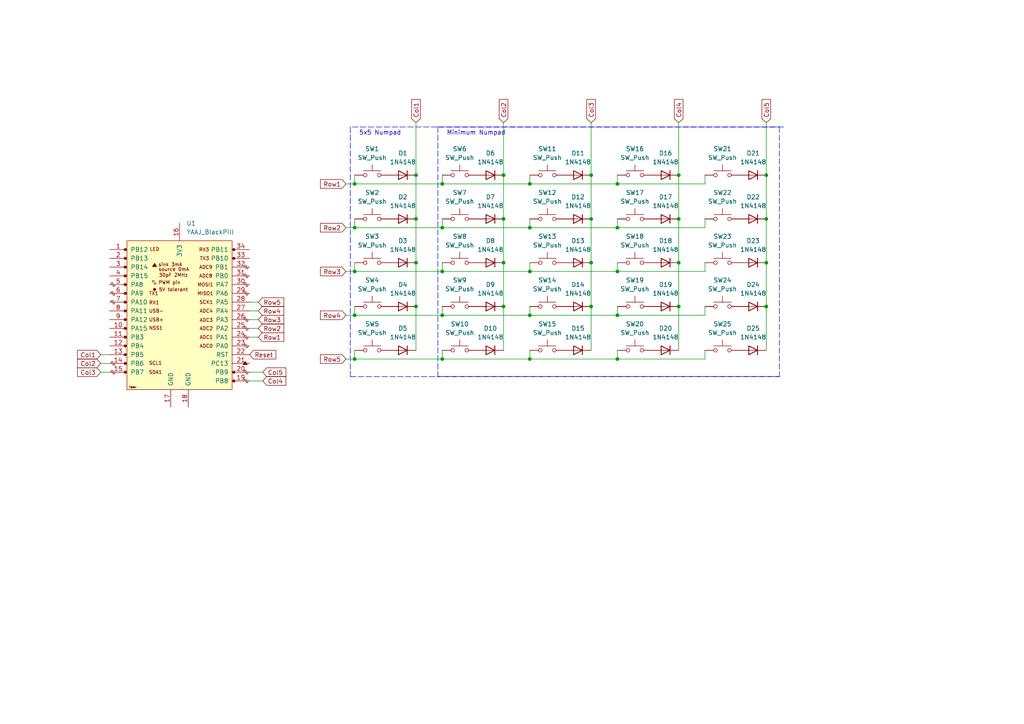
<source format=kicad_sch>
(kicad_sch (version 20211123) (generator eeschema)
  (paper "A4")
  (lib_symbols
    (symbol "Diode:1N4148" (pin_numbers hide) (pin_names hide)
      (property "Reference" "D" (at 0 2.54 0))
      (property "Value" "1N4148" (at 0 -2.54 0))
      (symbol "1N4148_0_1"
        (polyline (pts (xy -1.27 1.27) (xy -1.27 -1.27)) (stroke (width 0.254)))
        (polyline (pts (xy 1.27 0) (xy -1.27 0)))
        (polyline (pts (xy 1.27 1.27) (xy 1.27 -1.27) (xy -1.27 0) (xy 1.27 1.27)) (stroke (width 0.254)))
      )
      (symbol "1N4148_1_1"
        (pin passive line (at -3.81 0 0) (length 2.54) (name "K") (number "1"))
        (pin passive line (at 3.81 0 180) (length 2.54) (name "A") (number "2"))
      )
    )
    (symbol "Switch:SW_Push" (pin_numbers hide) (pin_names (offset 1.016) hide)
      (property "Reference" "SW" (at 1.27 2.54 0))
      (property "Value" "SW_Push" (at 0 -1.524 0))
      (symbol "SW_Push_0_1"
        (circle (center -2.032 0) (radius 0.508))
        (polyline (pts (xy 0 1.27) (xy 0 3.048)))
        (polyline (pts (xy 2.54 1.27) (xy -2.54 1.27)))
        (circle (center 2.032 0) (radius 0.508))
        (pin passive line (at -5.08 0 0) (length 2.54) (name "1") (number "1"))
        (pin passive line (at 5.08 0 180) (length 2.54) (name "2") (number "2"))
      )
    )
    (symbol "YAAJ_BlackPill:YAAJ_BlackPill" (pin_names (offset 1.016))
      (property "Reference" "U" (at -12.7 22.86 0))
      (property "Value" "YAAJ_BlackPill" (at 0 -5.08 90))
      (symbol "YAAJ_BlackPill_0_0"
        (circle (center -15.748 -17.78) (radius 0.3556) (fill (type outline)))
        (circle (center -15.748 -15.24) (radius 0.3556) (fill (type outline)))
        (circle (center -15.748 -12.7) (radius 0.3556) (fill (type outline)))
        (circle (center -15.748 -10.16) (radius 0.3556) (fill (type outline)))
        (circle (center -15.748 -7.62) (radius 0.3556) (fill (type outline)))
        (circle (center -15.748 -5.08) (radius 0.3556) (fill (type outline)))
        (circle (center -15.748 -2.54) (radius 0.3556) (fill (type outline)))
        (circle (center -15.748 0) (radius 0.3556) (fill (type outline)))
        (circle (center -15.748 2.54) (radius 0.3556) (fill (type outline)))
        (circle (center -15.748 5.08) (radius 0.3556) (fill (type outline)))
        (circle (center -15.748 7.62) (radius 0.3556) (fill (type outline)))
        (circle (center -15.748 10.16) (radius 0.3556) (fill (type outline)))
        (circle (center -15.748 12.7) (radius 0.3556) (fill (type outline)))
        (circle (center -15.748 17.78) (radius 0.3556) (fill (type outline)))
        (circle (center -7.239 6.223) (radius 0.127) (fill (type outline)))
        (circle (center -7.239 6.223) (radius 0.254))
        (circle (center -7.239 6.223) (radius 0.3556))
        (polyline (pts (xy -7.874 12.827) (xy -7.239 13.843) (xy -6.604 12.827) (xy -7.874 12.827) (xy -7.239 13.716) (xy -6.731 12.827) (xy -7.747 12.954) (xy -7.239 13.589) (xy -6.858 12.827) (xy -7.62 13.081) (xy -7.112 13.462) (xy -6.985 12.827) (xy -7.493 13.208) (xy -6.985 13.335) (xy -7.112 12.954) (xy -7.366 13.208) (xy -7.112 13.081) (xy -7.239 13.335)))
        (polyline (pts (xy 18.415 -15.621) (xy 19.05 -14.605) (xy 19.685 -15.621) (xy 18.415 -15.621) (xy 19.05 -14.732) (xy 19.558 -15.621) (xy 18.542 -15.494) (xy 19.05 -14.859) (xy 19.431 -15.621) (xy 18.669 -15.367) (xy 19.177 -14.986) (xy 19.304 -15.621) (xy 18.796 -15.24) (xy 19.304 -15.113) (xy 19.177 -15.494) (xy 18.923 -15.24) (xy 19.177 -15.367) (xy 19.05 -15.113)))
        (circle (center 15.748 -20.32) (radius 0.3556) (fill (type outline)))
        (circle (center 15.748 -17.78) (radius 0.3556) (fill (type outline)))
        (circle (center 15.748 15.24) (radius 0.254) (fill (type outline)))
        (circle (center 15.748 15.24) (radius 0.3556))
        (circle (center 15.748 17.78) (radius 0.254) (fill (type outline)))
        (circle (center 15.748 17.78) (radius 0.3556))
        (text "30pF 2MHz" (at -1.778 10.414 0) (effects (font (size 0.9906 0.9906))))
        (text "5V tolerant" (at -1.778 6.223 0) (effects (font (size 0.9906 0.9906))))
        (text "ADC0" (at 7.747 -10.16 0) (effects (font (size 0.9906 0.9906))))
        (text "ADC1" (at 7.747 -7.62 0) (effects (font (size 0.9906 0.9906))))
        (text "ADC2" (at 7.747 -5.08 0) (effects (font (size 0.9906 0.9906))))
        (text "ADC3" (at 7.747 -2.667 0) (effects (font (size 0.9906 0.9906))))
        (text "ADC4" (at 7.747 0 0) (effects (font (size 0.9906 0.9906))))
        (text "ADC8" (at 7.62 10.16 0) (effects (font (size 0.9906 0.9906))))
        (text "ADC9" (at 7.62 12.7 0) (effects (font (size 0.9906 0.9906))))
        (text "LED" (at -7.239 17.907 0) (effects (font (size 0.9906 0.9906))))
        (text "MISO1" (at 7.493 5.08 0) (effects (font (size 0.9906 0.9906))))
        (text "MOSI1" (at 7.493 7.62 0) (effects (font (size 0.9906 0.9906))))
        (text "NSS1" (at -6.858 -4.953 0) (effects (font (size 0.9906 0.9906))))
        (text "PWM pin" (at -2.921 8.255 0) (effects (font (size 0.9906 0.9906))))
        (text "RX1" (at -7.366 2.413 0) (effects (font (size 0.9906 0.9906))))
        (text "RX3" (at 7.112 17.78 0) (effects (font (size 0.9906 0.9906))))
        (text "SCK1" (at 7.747 2.54 0) (effects (font (size 0.9906 0.9906))))
        (text "SCL1" (at -6.985 -15.113 0) (effects (font (size 0.9906 0.9906))))
        (text "SDA1" (at -6.985 -17.78 0) (effects (font (size 0.9906 0.9906))))
        (text "sink 3mA" (at -2.667 13.462 0) (effects (font (size 0.9906 0.9906))))
        (text "source 0mA" (at -1.651 12.065 0) (effects (font (size 0.9906 0.9906))))
        (text "TX1" (at -7.493 5.08 0) (effects (font (size 0.9906 0.9906))))
        (text "TX3" (at 7.239 15.24 0) (effects (font (size 0.9906 0.9906))))
        (text "USB+" (at -6.731 -2.54 0) (effects (font (size 0.9906 0.9906))))
        (text "USB-" (at -6.731 0 0) (effects (font (size 0.9906 0.9906))))
        (text "Y@@J" (at -13.589 -22.098 0) (effects (font (size 0.508 0.508))))
      )
      (symbol "YAAJ_BlackPill_0_1"
        (rectangle (start -15.24 20.32) (end 15.24 -22.86) (fill (type background)))
        (polyline (pts (xy -18.796 -17.78) (xy -18.796 -18.288) (xy -19.304 -18.288) (xy -19.304 -17.272) (xy -19.812 -17.272) (xy -19.812 -17.78)))
        (polyline (pts (xy -18.796 -15.24) (xy -18.796 -15.748) (xy -19.304 -15.748) (xy -19.304 -14.732) (xy -19.812 -14.732) (xy -19.812 -15.24)))
        (polyline (pts (xy -18.796 2.54) (xy -18.796 2.032) (xy -19.304 2.032) (xy -19.304 3.048) (xy -19.812 3.048) (xy -19.812 2.54)))
        (polyline (pts (xy -18.796 5.08) (xy -18.796 4.572) (xy -19.304 4.572) (xy -19.304 5.588) (xy -19.812 5.588) (xy -19.812 5.08)))
        (polyline (pts (xy -18.796 7.62) (xy -18.796 7.112) (xy -19.304 7.112) (xy -19.304 8.128) (xy -19.812 8.128) (xy -19.812 7.62)))
        (polyline (pts (xy -6.858 8.255) (xy -6.858 7.747) (xy -7.366 7.747) (xy -7.366 8.763) (xy -7.874 8.763) (xy -7.874 8.255)))
        (polyline (pts (xy 18.796 -20.32) (xy 18.796 -19.812) (xy 19.304 -19.812) (xy 19.304 -20.828) (xy 19.812 -20.828) (xy 19.812 -20.32)))
        (polyline (pts (xy 18.796 -17.78) (xy 18.796 -17.272) (xy 19.304 -17.272) (xy 19.304 -18.288) (xy 19.812 -18.288) (xy 19.812 -17.78)))
        (polyline (pts (xy 19.812 -10.16) (xy 19.812 -10.668) (xy 19.304 -10.668) (xy 19.304 -9.652) (xy 18.796 -9.652) (xy 18.796 -10.16)))
        (polyline (pts (xy 19.812 -7.62) (xy 19.812 -8.128) (xy 19.304 -8.128) (xy 19.304 -7.112) (xy 18.796 -7.112) (xy 18.796 -7.62)))
        (polyline (pts (xy 19.812 -5.08) (xy 19.812 -5.588) (xy 19.304 -5.588) (xy 19.304 -4.572) (xy 18.796 -4.572) (xy 18.796 -5.08)))
        (polyline (pts (xy 19.812 -2.54) (xy 19.812 -3.048) (xy 19.304 -3.048) (xy 19.304 -2.032) (xy 18.796 -2.032) (xy 18.796 -2.54)))
        (polyline (pts (xy 19.812 5.08) (xy 19.812 4.572) (xy 19.304 4.572) (xy 19.304 5.588) (xy 18.796 5.588) (xy 18.796 5.08)))
        (polyline (pts (xy 19.812 7.62) (xy 19.812 7.112) (xy 19.304 7.112) (xy 19.304 8.128) (xy 18.796 8.128) (xy 18.796 7.62)))
        (polyline (pts (xy 19.812 10.16) (xy 19.812 9.652) (xy 19.304 9.652) (xy 19.304 10.668) (xy 18.796 10.668) (xy 18.796 10.16)))
        (polyline (pts (xy 19.812 12.7) (xy 19.812 12.192) (xy 19.304 12.192) (xy 19.304 13.208) (xy 18.796 13.208) (xy 18.796 12.7)))
      )
      (symbol "YAAJ_BlackPill_1_1"
        (circle (center -15.748 15.24) (radius 0.3556) (fill (type outline)))
        (pin bidirectional line (at -20.32 17.78 0) (length 5.08) (name "PB12") (number "1"))
        (pin bidirectional line (at -20.32 -5.08 0) (length 5.08) (name "PA15") (number "10"))
        (pin bidirectional line (at -20.32 -7.62 0) (length 5.08) (name "PB3") (number "11"))
        (pin bidirectional line (at -20.32 -10.16 0) (length 5.08) (name "PB4") (number "12"))
        (pin bidirectional line (at -20.32 -12.7 0) (length 5.08) (name "PB5") (number "13"))
        (pin bidirectional line (at -20.32 -15.24 0) (length 5.08) (name "PB6") (number "14"))
        (pin bidirectional line (at -20.32 -17.78 0) (length 5.08) (name "PB7") (number "15"))
        (pin power_in line (at 0 25.4 270) (length 5.08) (name "3V3") (number "16"))
        (pin power_in line (at -2.54 -27.94 90) (length 5.08) (name "GND") (number "17"))
        (pin power_in line (at 2.54 -27.94 90) (length 5.08) (name "GND") (number "18"))
        (pin bidirectional line (at 20.32 -20.32 180) (length 5.08) (name "PB8") (number "19"))
        (pin bidirectional line (at -20.32 15.24 0) (length 5.08) (name "PB13") (number "2"))
        (pin bidirectional line (at 20.32 -17.78 180) (length 5.08) (name "PB9") (number "20"))
        (pin bidirectional line (at 20.32 -15.24 180) (length 5.08) (name "PC13") (number "21"))
        (pin input line (at 20.32 -12.7 180) (length 5.08) (name "RST") (number "22"))
        (pin bidirectional line (at 20.32 -10.16 180) (length 5.08) (name "PA0") (number "23"))
        (pin bidirectional line (at 20.32 -7.62 180) (length 5.08) (name "PA1") (number "24"))
        (pin bidirectional line (at 20.32 -5.08 180) (length 5.08) (name "PA2") (number "25"))
        (pin bidirectional line (at 20.32 -2.54 180) (length 5.08) (name "PA3") (number "26"))
        (pin bidirectional line (at 20.32 0 180) (length 5.08) (name "PA4") (number "27"))
        (pin bidirectional line (at 20.32 2.54 180) (length 5.08) (name "PA5") (number "28"))
        (pin bidirectional line (at 20.32 5.08 180) (length 5.08) (name "PA6") (number "29"))
        (pin bidirectional line (at -20.32 12.7 0) (length 5.08) (name "PB14") (number "3"))
        (pin bidirectional line (at 20.32 7.62 180) (length 5.08) (name "PA7") (number "30"))
        (pin bidirectional line (at 20.32 10.16 180) (length 5.08) (name "PB0") (number "31"))
        (pin bidirectional line (at 20.32 12.7 180) (length 5.08) (name "PB1") (number "32"))
        (pin bidirectional line (at 20.32 15.24 180) (length 5.08) (name "PB10") (number "33"))
        (pin bidirectional line (at 20.32 17.78 180) (length 5.08) (name "PB11") (number "34"))
        (pin bidirectional line (at -20.32 10.16 0) (length 5.08) (name "PB15") (number "4"))
        (pin bidirectional line (at -20.32 7.62 0) (length 5.08) (name "PA8") (number "5"))
        (pin bidirectional line (at -20.32 5.08 0) (length 5.08) (name "PA9") (number "6"))
        (pin bidirectional line (at -20.32 2.54 0) (length 5.08) (name "PA10") (number "7"))
        (pin bidirectional line (at -20.32 0 0) (length 5.08) (name "PA11") (number "8"))
        (pin bidirectional line (at -20.32 -2.54 0) (length 5.08) (name "PA12") (number "9"))
      )
    )
  )
  (junction (at 196.85 50.8))
  (junction (at 102.87 53.34))
  (junction (at 146.05 88.9))
  (junction (at 153.67 66.04))
  (junction (at 171.45 63.5))
  (junction (at 128.27 78.74))
  (junction (at 102.87 78.74))
  (junction (at 102.87 91.44))
  (junction (at 179.07 91.44))
  (junction (at 196.85 76.2))
  (junction (at 120.65 50.8))
  (junction (at 146.05 50.8))
  (junction (at 153.67 78.74))
  (junction (at 171.45 76.2))
  (junction (at 196.85 88.9))
  (junction (at 171.45 88.9))
  (junction (at 120.65 88.9))
  (junction (at 128.27 91.44))
  (junction (at 179.07 53.34))
  (junction (at 128.27 104.14))
  (junction (at 222.25 50.8))
  (junction (at 128.27 53.34))
  (junction (at 120.65 76.2))
  (junction (at 128.27 66.04))
  (junction (at 222.25 88.9))
  (junction (at 171.45 50.8))
  (junction (at 196.85 63.5))
  (junction (at 179.07 66.04))
  (junction (at 146.05 76.2))
  (junction (at 179.07 78.74))
  (junction (at 146.05 63.5))
  (junction (at 153.67 91.44))
  (junction (at 153.67 104.14))
  (junction (at 222.25 63.5))
  (junction (at 153.67 53.34))
  (junction (at 102.87 104.14))
  (junction (at 120.65 63.5))
  (junction (at 179.07 104.14))
  (junction (at 102.87 66.04))
  (junction (at 222.25 76.2))
  (wire (pts (xy 74.93 87.63) (xy 72.39 87.63)))
  (polyline (pts (xy 101.6 109.22) (xy 226.06 109.22)))
  (wire (pts (xy 102.87 104.14) (xy 128.27 104.14)))
  (wire (pts (xy 120.65 76.2) (xy 120.65 88.9)))
  (wire (pts (xy 222.25 50.8) (xy 222.25 63.5)))
  (wire (pts (xy 196.85 76.2) (xy 196.85 88.9)))
  (wire (pts (xy 29.21 105.41) (xy 31.75 105.41)))
  (wire (pts (xy 179.07 78.74) (xy 204.47 78.74)))
  (wire (pts (xy 102.87 91.44) (xy 128.27 91.44)))
  (wire (pts (xy 102.87 78.74) (xy 128.27 78.74)))
  (wire (pts (xy 128.27 91.44) (xy 153.67 91.44)))
  (wire (pts (xy 204.47 88.9) (xy 204.47 91.44)))
  (wire (pts (xy 102.87 76.2) (xy 102.87 78.74)))
  (wire (pts (xy 171.45 63.5) (xy 171.45 76.2)))
  (wire (pts (xy 196.85 88.9) (xy 196.85 101.6)))
  (wire (pts (xy 100.33 53.34) (xy 102.87 53.34)))
  (wire (pts (xy 29.21 107.95) (xy 31.75 107.95)))
  (wire (pts (xy 128.27 63.5) (xy 128.27 66.04)))
  (wire (pts (xy 204.47 63.5) (xy 204.47 66.04)))
  (wire (pts (xy 179.07 88.9) (xy 179.07 91.44)))
  (wire (pts (xy 146.05 50.8) (xy 146.05 63.5)))
  (wire (pts (xy 204.47 101.6) (xy 204.47 104.14)))
  (wire (pts (xy 171.45 88.9) (xy 171.45 101.6)))
  (wire (pts (xy 102.87 50.8) (xy 102.87 53.34)))
  (wire (pts (xy 102.87 63.5) (xy 102.87 66.04)))
  (wire (pts (xy 153.67 101.6) (xy 153.67 104.14)))
  (wire (pts (xy 171.45 76.2) (xy 171.45 88.9)))
  (wire (pts (xy 179.07 76.2) (xy 179.07 78.74)))
  (wire (pts (xy 222.25 76.2) (xy 222.25 88.9)))
  (wire (pts (xy 153.67 88.9) (xy 153.67 91.44)))
  (polyline (pts (xy 226.06 36.83) (xy 226.06 109.22)))
  (wire (pts (xy 196.85 63.5) (xy 196.85 76.2)))
  (wire (pts (xy 120.65 50.8) (xy 120.65 63.5)))
  (wire (pts (xy 128.27 50.8) (xy 128.27 53.34)))
  (wire (pts (xy 102.87 66.04) (xy 128.27 66.04)))
  (wire (pts (xy 146.05 76.2) (xy 146.05 88.9)))
  (wire (pts (xy 179.07 101.6) (xy 179.07 104.14)))
  (polyline (pts (xy 226.06 109.22) (xy 127 109.22)))
  (wire (pts (xy 74.93 95.25) (xy 72.39 95.25)))
  (wire (pts (xy 76.2 107.95) (xy 72.39 107.95)))
  (wire (pts (xy 153.67 50.8) (xy 153.67 53.34)))
  (wire (pts (xy 179.07 63.5) (xy 179.07 66.04)))
  (wire (pts (xy 179.07 66.04) (xy 204.47 66.04)))
  (wire (pts (xy 102.87 53.34) (xy 128.27 53.34)))
  (wire (pts (xy 179.07 91.44) (xy 204.47 91.44)))
  (wire (pts (xy 196.85 50.8) (xy 196.85 63.5)))
  (wire (pts (xy 128.27 104.14) (xy 153.67 104.14)))
  (wire (pts (xy 120.65 63.5) (xy 120.65 76.2)))
  (wire (pts (xy 74.93 90.17) (xy 72.39 90.17)))
  (wire (pts (xy 102.87 88.9) (xy 102.87 91.44)))
  (wire (pts (xy 204.47 76.2) (xy 204.47 78.74)))
  (wire (pts (xy 120.65 35.56) (xy 120.65 50.8)))
  (wire (pts (xy 153.67 78.74) (xy 179.07 78.74)))
  (wire (pts (xy 102.87 101.6) (xy 102.87 104.14)))
  (wire (pts (xy 100.33 66.04) (xy 102.87 66.04)))
  (wire (pts (xy 29.21 102.87) (xy 31.75 102.87)))
  (wire (pts (xy 204.47 50.8) (xy 204.47 53.34)))
  (wire (pts (xy 100.33 78.74) (xy 102.87 78.74)))
  (wire (pts (xy 120.65 88.9) (xy 120.65 101.6)))
  (wire (pts (xy 128.27 88.9) (xy 128.27 91.44)))
  (polyline (pts (xy 101.6 36.83) (xy 101.6 109.22)))
  (wire (pts (xy 128.27 66.04) (xy 153.67 66.04)))
  (polyline (pts (xy 127 36.83) (xy 127 109.22)))
  (wire (pts (xy 153.67 63.5) (xy 153.67 66.04)))
  (wire (pts (xy 128.27 53.34) (xy 153.67 53.34)))
  (wire (pts (xy 222.25 88.9) (xy 222.25 101.6)))
  (polyline (pts (xy 227.33 36.83) (xy 101.6 36.83)))
  (wire (pts (xy 128.27 78.74) (xy 153.67 78.74)))
  (wire (pts (xy 153.67 104.14) (xy 179.07 104.14)))
  (wire (pts (xy 222.25 63.5) (xy 222.25 76.2)))
  (wire (pts (xy 74.93 92.71) (xy 72.39 92.71)))
  (wire (pts (xy 179.07 50.8) (xy 179.07 53.34)))
  (wire (pts (xy 153.67 66.04) (xy 179.07 66.04)))
  (wire (pts (xy 76.2 110.49) (xy 72.39 110.49)))
  (wire (pts (xy 222.25 35.56) (xy 222.25 50.8)))
  (polyline (pts (xy 127 36.83) (xy 226.06 36.83)))
  (wire (pts (xy 146.05 88.9) (xy 146.05 101.6)))
  (wire (pts (xy 196.85 35.56) (xy 196.85 50.8)))
  (wire (pts (xy 128.27 101.6) (xy 128.27 104.14)))
  (wire (pts (xy 146.05 63.5) (xy 146.05 76.2)))
  (wire (pts (xy 171.45 35.56) (xy 171.45 50.8)))
  (wire (pts (xy 146.05 35.56) (xy 146.05 50.8)))
  (wire (pts (xy 74.93 97.79) (xy 72.39 97.79)))
  (wire (pts (xy 100.33 104.14) (xy 102.87 104.14)))
  (wire (pts (xy 171.45 50.8) (xy 171.45 63.5)))
  (wire (pts (xy 153.67 53.34) (xy 179.07 53.34)))
  (wire (pts (xy 100.33 91.44) (xy 102.87 91.44)))
  (wire (pts (xy 153.67 91.44) (xy 179.07 91.44)))
  (wire (pts (xy 128.27 76.2) (xy 128.27 78.74)))
  (wire (pts (xy 179.07 53.34) (xy 204.47 53.34)))
  (wire (pts (xy 179.07 104.14) (xy 204.47 104.14)))
  (wire (pts (xy 153.67 76.2) (xy 153.67 78.74)))
  (text "Minimum Numpad" (at 129.54 39.37 0) (effects (font (size 1.27 1.27)) (justify left bottom)))
  (text "5x5 Numpad" (at 104.14 39.37 0) (effects (font (size 1.27 1.27)) (justify left bottom)))
  (global_label "Row4" (shape input) (at 100.33 91.44 180) (property "Intersheet References" "${INTERSHEET_REFS}" (effects hide)))
  (global_label "Row3" (shape input) (at 74.93 92.71 0) (property "Intersheet References" "${INTERSHEET_REFS}" (effects hide)))
  (global_label "Col3" (shape input) (at 29.21 107.95 180) (property "Intersheet References" "${INTERSHEET_REFS}" (effects hide)))
  (global_label "Row4" (shape input) (at 74.93 90.17 0) (property "Intersheet References" "${INTERSHEET_REFS}" (effects hide)))
  (global_label "Col1" (shape input) (at 120.65 35.56 90) (property "Intersheet References" "${INTERSHEET_REFS}" (effects hide)))
  (global_label "Col4" (shape input) (at 196.85 35.56 90) (property "Intersheet References" "${INTERSHEET_REFS}" (effects hide)))
  (global_label "Col2" (shape input) (at 29.21 105.41 180) (property "Intersheet References" "${INTERSHEET_REFS}" (effects hide)))
  (global_label "Col2" (shape input) (at 146.05 35.56 90) (property "Intersheet References" "${INTERSHEET_REFS}" (effects hide)))
  (global_label "Row5" (shape input) (at 74.93 87.63 0) (property "Intersheet References" "${INTERSHEET_REFS}" (effects hide)))
  (global_label "Col4" (shape input) (at 76.2 110.49 0) (property "Intersheet References" "${INTERSHEET_REFS}" (effects hide)))
  (global_label "Reset" (shape input) (at 72.39 102.87 0) (property "Intersheet References" "${INTERSHEET_REFS}" (effects hide)))
  (global_label "Row5" (shape input) (at 100.33 104.14 180) (property "Intersheet References" "${INTERSHEET_REFS}" (effects hide)))
  (global_label "Row2" (shape input) (at 100.33 66.04 180) (property "Intersheet References" "${INTERSHEET_REFS}" (effects hide)))
  (global_label "Row3" (shape input) (at 100.33 78.74 180) (property "Intersheet References" "${INTERSHEET_REFS}" (effects hide)))
  (global_label "Col5" (shape input) (at 76.2 107.95 0) (property "Intersheet References" "${INTERSHEET_REFS}" (effects hide)))
  (global_label "Row1" (shape input) (at 100.33 53.34 180) (property "Intersheet References" "${INTERSHEET_REFS}" (effects hide)))
  (global_label "Row2" (shape input) (at 74.93 95.25 0) (property "Intersheet References" "${INTERSHEET_REFS}" (effects hide)))
  (global_label "Col1" (shape input) (at 29.21 102.87 180) (property "Intersheet References" "${INTERSHEET_REFS}" (effects hide)))
  (global_label "Col3" (shape input) (at 171.45 35.56 90) (property "Intersheet References" "${INTERSHEET_REFS}" (effects hide)))
  (global_label "Row1" (shape input) (at 74.93 97.79 0) (property "Intersheet References" "${INTERSHEET_REFS}" (effects hide)))
  (global_label "Col5" (shape input) (at 222.25 35.56 90) (property "Intersheet References" "${INTERSHEET_REFS}" (effects hide)))
  (symbol (lib_id "Diode:1N4148") (at 167.64 76.2 180) (unit 1)
    (property "Reference" "D13" (at 167.64 69.85 0))
    (property "Value" "1N4148" (at 167.64 72.39 0))
    (property "Footprint" "Diode_THT:D_DO-35_SOD27_P7.62mm_Horizontal" (effects hide))
    (property "Datasheet" "https://assets.nexperia.com/documents/data-sheet/1N4148_1N4448.pdf" (effects hide))
  )
  (symbol (lib_id "Diode:1N4148") (at 116.84 76.2 180) (unit 1)
    (property "Reference" "D3" (at 116.84 69.85 0))
    (property "Value" "1N4148" (at 116.84 72.39 0))
    (property "Footprint" "Diode_THT:D_DO-35_SOD27_P7.62mm_Horizontal" (effects hide))
    (property "Datasheet" "https://assets.nexperia.com/documents/data-sheet/1N4148_1N4448.pdf" (effects hide))
  )
  (symbol (lib_id "Diode:1N4148") (at 116.84 63.5 180) (unit 1)
    (property "Reference" "D2" (at 116.84 57.15 0))
    (property "Value" "1N4148" (at 116.84 59.69 0))
    (property "Footprint" "Diode_THT:D_DO-35_SOD27_P7.62mm_Horizontal" (effects hide))
    (property "Datasheet" "https://assets.nexperia.com/documents/data-sheet/1N4148_1N4448.pdf" (effects hide))
  )
  (symbol (lib_id "Switch:SW_Push") (at 133.35 50.8 0) (unit 1)
    (property "Reference" "SW6" (at 133.35 43.18 0))
    (property "Value" "SW_Push" (at 133.35 45.72 0))
    (property "Footprint" "Button_Switch_Keyboard:SW_Cherry_MX_1.00u_PCB" (effects hide))
  )
  (symbol (lib_id "Switch:SW_Push") (at 107.95 63.5 0) (unit 1)
    (property "Reference" "SW2" (at 107.95 55.88 0))
    (property "Value" "SW_Push" (at 107.95 58.42 0))
    (property "Footprint" "Button_Switch_Keyboard:SW_Cherry_MX_1.00u_PCB" (effects hide))
  )
  (symbol (lib_id "Diode:1N4148") (at 167.64 101.6 180) (unit 1)
    (property "Reference" "D15" (at 167.64 95.25 0))
    (property "Value" "1N4148" (at 167.64 97.79 0))
    (property "Footprint" "Diode_THT:D_DO-35_SOD27_P7.62mm_Horizontal" (effects hide))
    (property "Datasheet" "https://assets.nexperia.com/documents/data-sheet/1N4148_1N4448.pdf" (effects hide))
  )
  (symbol (lib_id "Switch:SW_Push") (at 158.75 88.9 0) (unit 1)
    (property "Reference" "SW14" (at 158.75 81.28 0))
    (property "Value" "SW_Push" (at 158.75 83.82 0))
    (property "Footprint" "Button_Switch_Keyboard:SW_Cherry_MX_1.00u_PCB" (effects hide))
  )
  (symbol (lib_id "Switch:SW_Push") (at 158.75 76.2 0) (unit 1)
    (property "Reference" "SW13" (at 158.75 68.58 0))
    (property "Value" "SW_Push" (at 158.75 71.12 0))
    (property "Footprint" "Button_Switch_Keyboard:SW_Cherry_MX_1.00u_PCB" (effects hide))
  )
  (symbol (lib_id "Switch:SW_Push") (at 107.95 101.6 0) (unit 1)
    (property "Reference" "SW5" (at 107.95 93.98 0))
    (property "Value" "SW_Push" (at 107.95 96.52 0))
    (property "Footprint" "Button_Switch_Keyboard:SW_Cherry_MX_1.00u_PCB" (effects hide))
  )
  (symbol (lib_id "Switch:SW_Push") (at 184.15 63.5 0) (unit 1)
    (property "Reference" "SW17" (at 184.15 55.88 0))
    (property "Value" "SW_Push" (at 184.15 58.42 0))
    (property "Footprint" "Button_Switch_Keyboard:SW_Cherry_MX_1.00u_PCB" (effects hide))
  )
  (symbol (lib_id "Diode:1N4148") (at 167.64 88.9 180) (unit 1)
    (property "Reference" "D14" (at 167.64 82.55 0))
    (property "Value" "1N4148" (at 167.64 85.09 0))
    (property "Footprint" "Diode_THT:D_DO-35_SOD27_P7.62mm_Horizontal" (effects hide))
    (property "Datasheet" "https://assets.nexperia.com/documents/data-sheet/1N4148_1N4448.pdf" (effects hide))
  )
  (symbol (lib_id "Switch:SW_Push") (at 184.15 88.9 0) (unit 1)
    (property "Reference" "SW19" (at 184.15 81.28 0))
    (property "Value" "SW_Push" (at 184.15 83.82 0))
    (property "Footprint" "Button_Switch_Keyboard:SW_Cherry_MX_1.00u_PCB" (effects hide))
  )
  (symbol (lib_id "Diode:1N4148") (at 218.44 101.6 180) (unit 1)
    (property "Reference" "D25" (at 218.44 95.25 0))
    (property "Value" "1N4148" (at 218.44 97.79 0))
    (property "Footprint" "Diode_THT:D_DO-35_SOD27_P7.62mm_Horizontal" (effects hide))
    (property "Datasheet" "https://assets.nexperia.com/documents/data-sheet/1N4148_1N4448.pdf" (effects hide))
  )
  (symbol (lib_id "Diode:1N4148") (at 142.24 63.5 180) (unit 1)
    (property "Reference" "D7" (at 142.24 57.15 0))
    (property "Value" "1N4148" (at 142.24 59.69 0))
    (property "Footprint" "Diode_THT:D_DO-35_SOD27_P7.62mm_Horizontal" (effects hide))
    (property "Datasheet" "https://assets.nexperia.com/documents/data-sheet/1N4148_1N4448.pdf" (effects hide))
  )
  (symbol (lib_id "Diode:1N4148") (at 142.24 88.9 180) (unit 1)
    (property "Reference" "D9" (at 142.24 82.55 0))
    (property "Value" "1N4148" (at 142.24 85.09 0))
    (property "Footprint" "Diode_THT:D_DO-35_SOD27_P7.62mm_Horizontal" (effects hide))
    (property "Datasheet" "https://assets.nexperia.com/documents/data-sheet/1N4148_1N4448.pdf" (effects hide))
  )
  (symbol (lib_id "Switch:SW_Push") (at 133.35 88.9 0) (unit 1)
    (property "Reference" "SW9" (at 133.35 81.28 0))
    (property "Value" "SW_Push" (at 133.35 83.82 0))
    (property "Footprint" "Button_Switch_Keyboard:SW_Cherry_MX_1.00u_PCB" (effects hide))
  )
  (symbol (lib_id "Switch:SW_Push") (at 133.35 76.2 0) (unit 1)
    (property "Reference" "SW8" (at 133.35 68.58 0))
    (property "Value" "SW_Push" (at 133.35 71.12 0))
    (property "Footprint" "Button_Switch_Keyboard:SW_Cherry_MX_1.00u_PCB" (effects hide))
  )
  (symbol (lib_id "YAAJ_BlackPill:YAAJ_BlackPill") (at 52.07 90.17 0) (unit 1)
    (property "Reference" "U1" (at 54.0894 64.77 0) (effects (justify left)))
    (property "Value" "YAAJ_BlackPill" (at 54.0894 67.31 0) (effects (justify left)))
    (property "Footprint" "Kicad-STM32-master:YAAJ_BlackPill_SWD_1" (effects hide))
  )
  (symbol (lib_id "Switch:SW_Push") (at 133.35 63.5 0) (unit 1)
    (property "Reference" "SW7" (at 133.35 55.88 0))
    (property "Value" "SW_Push" (at 133.35 58.42 0))
    (property "Footprint" "Button_Switch_Keyboard:SW_Cherry_MX_1.00u_PCB" (effects hide))
  )
  (symbol (lib_id "Switch:SW_Push") (at 107.95 88.9 0) (unit 1)
    (property "Reference" "SW4" (at 107.95 81.28 0))
    (property "Value" "SW_Push" (at 107.95 83.82 0))
    (property "Footprint" "Button_Switch_Keyboard:SW_Cherry_MX_1.00u_PCB" (effects hide))
  )
  (symbol (lib_id "Diode:1N4148") (at 218.44 63.5 180) (unit 1)
    (property "Reference" "D22" (at 218.44 57.15 0))
    (property "Value" "1N4148" (at 218.44 59.69 0))
    (property "Footprint" "Diode_THT:D_DO-35_SOD27_P7.62mm_Horizontal" (effects hide))
    (property "Datasheet" "https://assets.nexperia.com/documents/data-sheet/1N4148_1N4448.pdf" (effects hide))
  )
  (symbol (lib_id "Switch:SW_Push") (at 184.15 101.6 0) (unit 1)
    (property "Reference" "SW20" (at 184.15 93.98 0))
    (property "Value" "SW_Push" (at 184.15 96.52 0))
    (property "Footprint" "Button_Switch_Keyboard:SW_Cherry_MX_1.00u_PCB" (effects hide))
  )
  (symbol (lib_id "Diode:1N4148") (at 193.04 76.2 180) (unit 1)
    (property "Reference" "D18" (at 193.04 69.85 0))
    (property "Value" "1N4148" (at 193.04 72.39 0))
    (property "Footprint" "Diode_THT:D_DO-35_SOD27_P7.62mm_Horizontal" (effects hide))
    (property "Datasheet" "https://assets.nexperia.com/documents/data-sheet/1N4148_1N4448.pdf" (effects hide))
  )
  (symbol (lib_id "Diode:1N4148") (at 167.64 50.8 180) (unit 1)
    (property "Reference" "D11" (at 167.64 44.45 0))
    (property "Value" "1N4148" (at 167.64 46.99 0))
    (property "Footprint" "Diode_THT:D_DO-35_SOD27_P7.62mm_Horizontal" (effects hide))
    (property "Datasheet" "https://assets.nexperia.com/documents/data-sheet/1N4148_1N4448.pdf" (effects hide))
  )
  (symbol (lib_id "Diode:1N4148") (at 116.84 101.6 180) (unit 1)
    (property "Reference" "D5" (at 116.84 95.25 0))
    (property "Value" "1N4148" (at 116.84 97.79 0))
    (property "Footprint" "Diode_THT:D_DO-35_SOD27_P7.62mm_Horizontal" (effects hide))
    (property "Datasheet" "https://assets.nexperia.com/documents/data-sheet/1N4148_1N4448.pdf" (effects hide))
  )
  (symbol (lib_id "Diode:1N4148") (at 167.64 63.5 180) (unit 1)
    (property "Reference" "D12" (at 167.64 57.15 0))
    (property "Value" "1N4148" (at 167.64 59.69 0))
    (property "Footprint" "Diode_THT:D_DO-35_SOD27_P7.62mm_Horizontal" (effects hide))
    (property "Datasheet" "https://assets.nexperia.com/documents/data-sheet/1N4148_1N4448.pdf" (effects hide))
  )
  (symbol (lib_id "Switch:SW_Push") (at 184.15 76.2 0) (unit 1)
    (property "Reference" "SW18" (at 184.15 68.58 0))
    (property "Value" "SW_Push" (at 184.15 71.12 0))
    (property "Footprint" "Button_Switch_Keyboard:SW_Cherry_MX_1.00u_PCB" (effects hide))
  )
  (symbol (lib_id "Switch:SW_Push") (at 209.55 101.6 0) (unit 1)
    (property "Reference" "SW25" (at 209.55 93.98 0))
    (property "Value" "SW_Push" (at 209.55 96.52 0))
    (property "Footprint" "Button_Switch_Keyboard:SW_Cherry_MX_1.00u_PCB" (effects hide))
  )
  (symbol (lib_id "Diode:1N4148") (at 193.04 63.5 180) (unit 1)
    (property "Reference" "D17" (at 193.04 57.15 0))
    (property "Value" "1N4148" (at 193.04 59.69 0))
    (property "Footprint" "Diode_THT:D_DO-35_SOD27_P7.62mm_Horizontal" (effects hide))
    (property "Datasheet" "https://assets.nexperia.com/documents/data-sheet/1N4148_1N4448.pdf" (effects hide))
  )
  (symbol (lib_id "Diode:1N4148") (at 218.44 50.8 180) (unit 1)
    (property "Reference" "D21" (at 218.44 44.45 0))
    (property "Value" "1N4148" (at 218.44 46.99 0))
    (property "Footprint" "Diode_THT:D_DO-35_SOD27_P7.62mm_Horizontal" (effects hide))
    (property "Datasheet" "https://assets.nexperia.com/documents/data-sheet/1N4148_1N4448.pdf" (effects hide))
  )
  (symbol (lib_id "Diode:1N4148") (at 218.44 88.9 180) (unit 1)
    (property "Reference" "D24" (at 218.44 82.55 0))
    (property "Value" "1N4148" (at 218.44 85.09 0))
    (property "Footprint" "Diode_THT:D_DO-35_SOD27_P7.62mm_Horizontal" (effects hide))
    (property "Datasheet" "https://assets.nexperia.com/documents/data-sheet/1N4148_1N4448.pdf" (effects hide))
  )
  (symbol (lib_id "Diode:1N4148") (at 193.04 88.9 180) (unit 1)
    (property "Reference" "D19" (at 193.04 82.55 0))
    (property "Value" "1N4148" (at 193.04 85.09 0))
    (property "Footprint" "Diode_THT:D_DO-35_SOD27_P7.62mm_Horizontal" (effects hide))
    (property "Datasheet" "https://assets.nexperia.com/documents/data-sheet/1N4148_1N4448.pdf" (effects hide))
  )
  (symbol (lib_id "Switch:SW_Push") (at 158.75 101.6 0) (unit 1)
    (property "Reference" "SW15" (at 158.75 93.98 0))
    (property "Value" "SW_Push" (at 158.75 96.52 0))
    (property "Footprint" "Button_Switch_Keyboard:SW_Cherry_MX_1.00u_PCB" (effects hide))
  )
  (symbol (lib_id "Diode:1N4148") (at 218.44 76.2 180) (unit 1)
    (property "Reference" "D23" (at 218.44 69.85 0))
    (property "Value" "1N4148" (at 218.44 72.39 0))
    (property "Footprint" "Diode_THT:D_DO-35_SOD27_P7.62mm_Horizontal" (effects hide))
    (property "Datasheet" "https://assets.nexperia.com/documents/data-sheet/1N4148_1N4448.pdf" (effects hide))
  )
  (symbol (lib_id "Switch:SW_Push") (at 209.55 88.9 0) (unit 1)
    (property "Reference" "SW24" (at 209.55 81.28 0))
    (property "Value" "SW_Push" (at 209.55 83.82 0))
    (property "Footprint" "Button_Switch_Keyboard:SW_Cherry_MX_1.00u_PCB" (effects hide))
  )
  (symbol (lib_id "Diode:1N4148") (at 142.24 76.2 180) (unit 1)
    (property "Reference" "D8" (at 142.24 69.85 0))
    (property "Value" "1N4148" (at 142.24 72.39 0))
    (property "Footprint" "Diode_THT:D_DO-35_SOD27_P7.62mm_Horizontal" (effects hide))
    (property "Datasheet" "https://assets.nexperia.com/documents/data-sheet/1N4148_1N4448.pdf" (effects hide))
  )
  (symbol (lib_id "Switch:SW_Push") (at 158.75 63.5 0) (unit 1)
    (property "Reference" "SW12" (at 158.75 55.88 0))
    (property "Value" "SW_Push" (at 158.75 58.42 0))
    (property "Footprint" "Button_Switch_Keyboard:SW_Cherry_MX_1.00u_PCB" (effects hide))
  )
  (symbol (lib_id "Switch:SW_Push") (at 209.55 50.8 0) (unit 1)
    (property "Reference" "SW21" (at 209.55 43.18 0))
    (property "Value" "SW_Push" (at 209.55 45.72 0))
    (property "Footprint" "Button_Switch_Keyboard:SW_Cherry_MX_1.00u_PCB" (effects hide))
  )
  (symbol (lib_id "Diode:1N4148") (at 116.84 50.8 180) (unit 1)
    (property "Reference" "D1" (at 116.84 44.45 0))
    (property "Value" "1N4148" (at 116.84 46.99 0))
    (property "Footprint" "Diode_THT:D_DO-35_SOD27_P7.62mm_Horizontal" (effects hide))
    (property "Datasheet" "https://assets.nexperia.com/documents/data-sheet/1N4148_1N4448.pdf" (effects hide))
  )
  (symbol (lib_id "Switch:SW_Push") (at 184.15 50.8 0) (unit 1)
    (property "Reference" "SW16" (at 184.15 43.18 0))
    (property "Value" "SW_Push" (at 184.15 45.72 0))
    (property "Footprint" "Button_Switch_Keyboard:SW_Cherry_MX_1.00u_PCB" (effects hide))
  )
  (symbol (lib_id "Diode:1N4148") (at 193.04 50.8 180) (unit 1)
    (property "Reference" "D16" (at 193.04 44.45 0))
    (property "Value" "1N4148" (at 193.04 46.99 0))
    (property "Footprint" "Diode_THT:D_DO-35_SOD27_P7.62mm_Horizontal" (effects hide))
    (property "Datasheet" "https://assets.nexperia.com/documents/data-sheet/1N4148_1N4448.pdf" (effects hide))
  )
  (symbol (lib_id "Diode:1N4148") (at 116.84 88.9 180) (unit 1)
    (property "Reference" "D4" (at 116.84 82.55 0))
    (property "Value" "1N4148" (at 116.84 85.09 0))
    (property "Footprint" "Diode_THT:D_DO-35_SOD27_P7.62mm_Horizontal" (effects hide))
    (property "Datasheet" "https://assets.nexperia.com/documents/data-sheet/1N4148_1N4448.pdf" (effects hide))
  )
  (symbol (lib_id "Switch:SW_Push") (at 158.75 50.8 0) (unit 1)
    (property "Reference" "SW11" (at 158.75 43.18 0))
    (property "Value" "SW_Push" (at 158.75 45.72 0))
    (property "Footprint" "Button_Switch_Keyboard:SW_Cherry_MX_1.00u_PCB" (effects hide))
  )
  (symbol (lib_id "Switch:SW_Push") (at 209.55 76.2 0) (unit 1)
    (property "Reference" "SW23" (at 209.55 68.58 0))
    (property "Value" "SW_Push" (at 209.55 71.12 0))
    (property "Footprint" "Button_Switch_Keyboard:SW_Cherry_MX_1.00u_PCB" (effects hide))
  )
  (symbol (lib_id "Diode:1N4148") (at 193.04 101.6 180) (unit 1)
    (property "Reference" "D20" (at 193.04 95.25 0))
    (property "Value" "1N4148" (at 193.04 97.79 0))
    (property "Footprint" "Diode_THT:D_DO-35_SOD27_P7.62mm_Horizontal" (effects hide))
    (property "Datasheet" "https://assets.nexperia.com/documents/data-sheet/1N4148_1N4448.pdf" (effects hide))
  )
  (symbol (lib_id "Diode:1N4148") (at 142.24 50.8 180) (unit 1)
    (property "Reference" "D6" (at 142.24 44.45 0))
    (property "Value" "1N4148" (at 142.24 46.99 0))
    (property "Footprint" "Diode_THT:D_DO-35_SOD27_P7.62mm_Horizontal" (effects hide))
    (property "Datasheet" "https://assets.nexperia.com/documents/data-sheet/1N4148_1N4448.pdf" (effects hide))
  )
  (symbol (lib_id "Diode:1N4148") (at 142.24 101.6 180) (unit 1)
    (property "Reference" "D10" (at 142.24 95.25 0))
    (property "Value" "1N4148" (at 142.24 97.79 0))
    (property "Footprint" "Diode_THT:D_DO-35_SOD27_P7.62mm_Horizontal" (effects hide))
    (property "Datasheet" "https://assets.nexperia.com/documents/data-sheet/1N4148_1N4448.pdf" (effects hide))
  )
  (symbol (lib_id "Switch:SW_Push") (at 107.95 50.8 0) (unit 1)
    (property "Reference" "SW1" (at 107.95 43.18 0))
    (property "Value" "SW_Push" (at 107.95 45.72 0))
    (property "Footprint" "Button_Switch_Keyboard:SW_Cherry_MX_1.00u_PCB" (effects hide))
  )
  (symbol (lib_id "Switch:SW_Push") (at 133.35 101.6 0) (unit 1)
    (property "Reference" "SW10" (at 133.35 93.98 0))
    (property "Value" "SW_Push" (at 133.35 96.52 0))
    (property "Footprint" "Button_Switch_Keyboard:SW_Cherry_MX_1.00u_PCB" (effects hide))
  )
  (symbol (lib_id "Switch:SW_Push") (at 209.55 63.5 0) (unit 1)
    (property "Reference" "SW22" (at 209.55 55.88 0))
    (property "Value" "SW_Push" (at 209.55 58.42 0))
    (property "Footprint" "Button_Switch_Keyboard:SW_Cherry_MX_1.00u_PCB" (effects hide))
  )
  (symbol (lib_id "Switch:SW_Push") (at 107.95 76.2 0) (unit 1)
    (property "Reference" "SW3" (at 107.95 68.58 0))
    (property "Value" "SW_Push" (at 107.95 71.12 0))
    (property "Footprint" "Button_Switch_Keyboard:SW_Cherry_MX_1.00u_PCB" (effects hide))
  )
)
</source>
